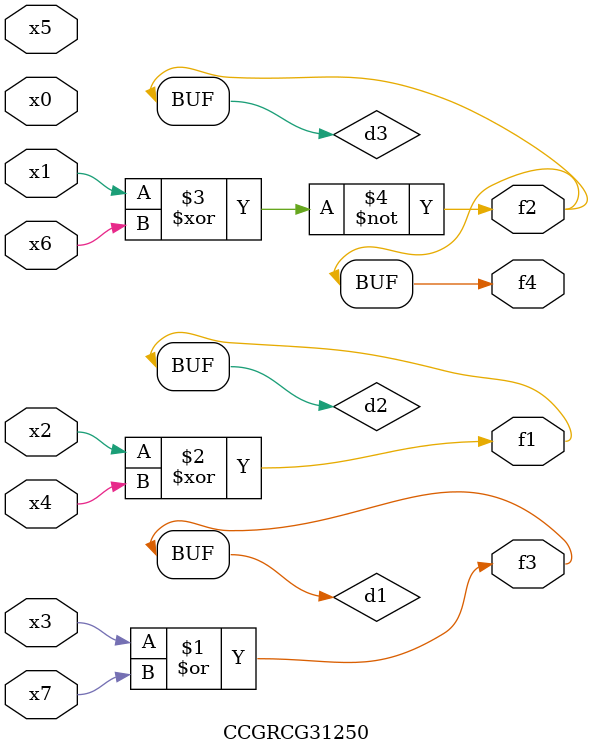
<source format=v>
module CCGRCG31250(
	input x0, x1, x2, x3, x4, x5, x6, x7,
	output f1, f2, f3, f4
);

	wire d1, d2, d3;

	or (d1, x3, x7);
	xor (d2, x2, x4);
	xnor (d3, x1, x6);
	assign f1 = d2;
	assign f2 = d3;
	assign f3 = d1;
	assign f4 = d3;
endmodule

</source>
